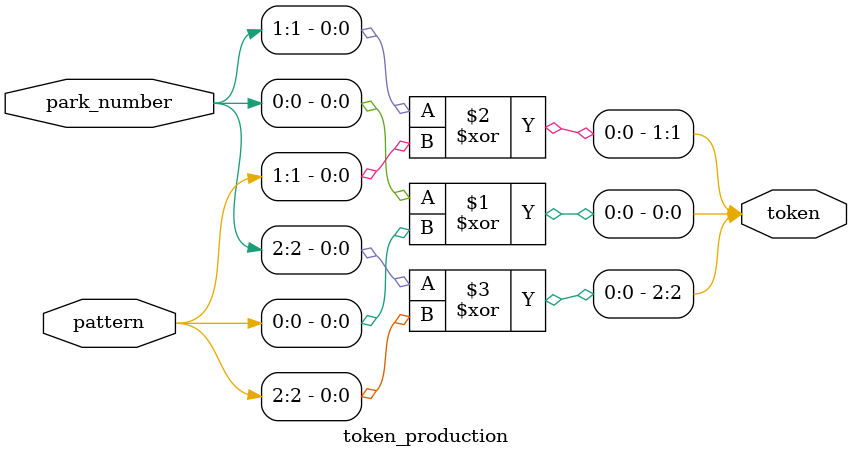
<source format=v>
/*--  *******************************************************
--  Computer Architecture Course, Laboratory Sources 
--  Amirkabir University of Technology (Tehran Polytechnic)
--  Department of Computer Engineering (CE-AUT)
--  https://ce[dot]aut[dot]ac[dot]ir
--  *******************************************************
--  All Rights reserved (C) 2021-2022
--  *******************************************************
--  Student ID  : 
--  Student Name: 
--  Student Mail: 
--  *******************************************************
--  Additional Comments:
--
--*/

/*-----------------------------------------------------------
---  Module Name: token_production 
-----------------------------------------------------------*/
`timescale 1 ns/1 ns
module token_production(
    park_number,
    pattern,
    token);

input [2:0] park_number;
input [2:0] pattern;
output [2:0] token;

xor (token[0], park_number[0], pattern[0]);
xor (token[1], park_number[1], pattern[1]);
xor (token[2], park_number[2], pattern[2]);

endmodule
</source>
